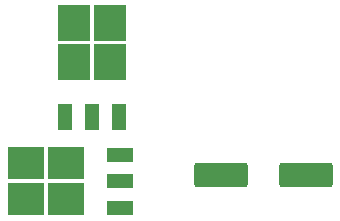
<source format=gtp>
%TF.GenerationSoftware,KiCad,Pcbnew,(6.0.11)*%
%TF.CreationDate,2023-05-24T21:09:08+09:00*%
%TF.ProjectId,power,706f7765-722e-46b6-9963-61645f706362,rev?*%
%TF.SameCoordinates,Original*%
%TF.FileFunction,Paste,Top*%
%TF.FilePolarity,Positive*%
%FSLAX46Y46*%
G04 Gerber Fmt 4.6, Leading zero omitted, Abs format (unit mm)*
G04 Created by KiCad (PCBNEW (6.0.11)) date 2023-05-24 21:09:08*
%MOMM*%
%LPD*%
G01*
G04 APERTURE LIST*
G04 Aperture macros list*
%AMRoundRect*
0 Rectangle with rounded corners*
0 $1 Rounding radius*
0 $2 $3 $4 $5 $6 $7 $8 $9 X,Y pos of 4 corners*
0 Add a 4 corners polygon primitive as box body*
4,1,4,$2,$3,$4,$5,$6,$7,$8,$9,$2,$3,0*
0 Add four circle primitives for the rounded corners*
1,1,$1+$1,$2,$3*
1,1,$1+$1,$4,$5*
1,1,$1+$1,$6,$7*
1,1,$1+$1,$8,$9*
0 Add four rect primitives between the rounded corners*
20,1,$1+$1,$2,$3,$4,$5,0*
20,1,$1+$1,$4,$5,$6,$7,0*
20,1,$1+$1,$6,$7,$8,$9,0*
20,1,$1+$1,$8,$9,$2,$3,0*%
G04 Aperture macros list end*
%ADD10RoundRect,0.250001X-1.999999X-0.799999X1.999999X-0.799999X1.999999X0.799999X-1.999999X0.799999X0*%
%ADD11R,2.750000X3.050000*%
%ADD12R,1.200000X2.200000*%
%ADD13R,3.050000X2.750000*%
%ADD14R,2.200000X1.200000*%
G04 APERTURE END LIST*
D10*
%TO.C,C1*%
X139802000Y-89160000D03*
X147002000Y-89160000D03*
%TD*%
D11*
%TO.C,Q1*%
X130449000Y-79591000D03*
X127399000Y-79591000D03*
X130449000Y-76241000D03*
X127399000Y-76241000D03*
D12*
X126644000Y-84216000D03*
X128924000Y-84216000D03*
X131204000Y-84216000D03*
%TD*%
D13*
%TO.C,Q2*%
X123336000Y-88144000D03*
X126686000Y-91194000D03*
X123336000Y-91194000D03*
X126686000Y-88144000D03*
D14*
X131311000Y-91949000D03*
X131311000Y-89669000D03*
X131311000Y-87389000D03*
%TD*%
M02*

</source>
